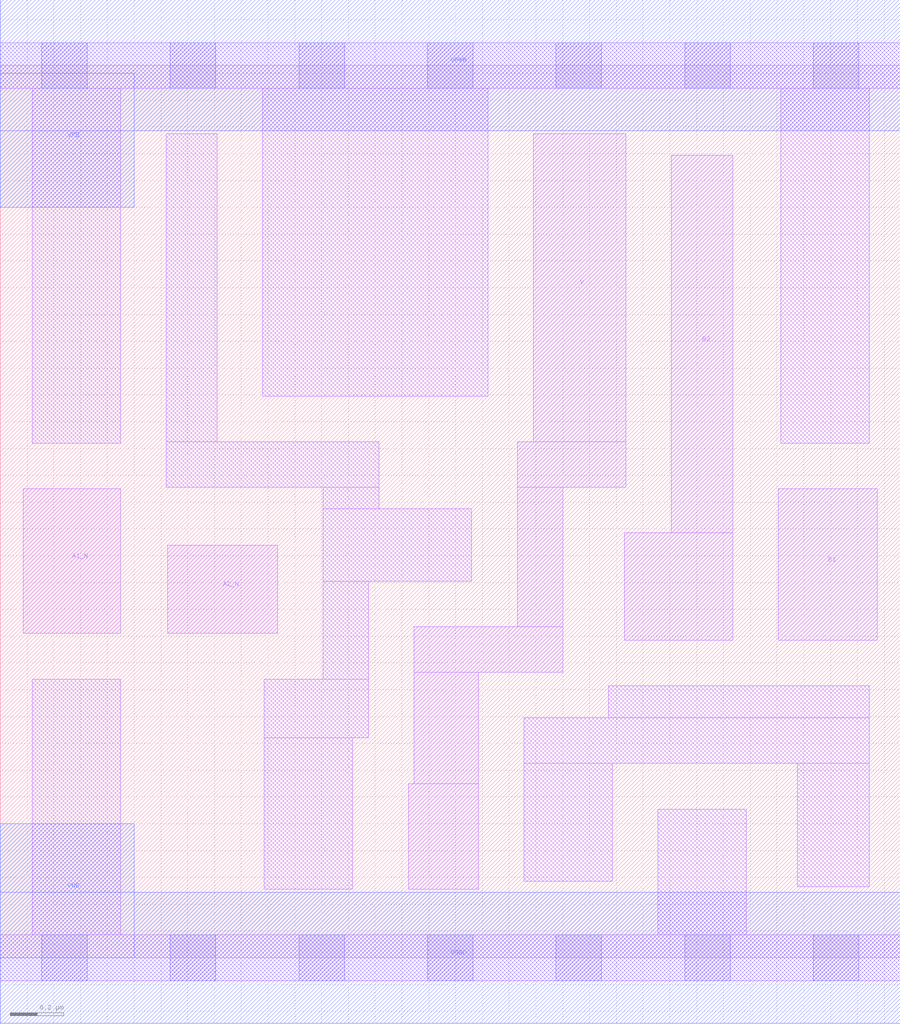
<source format=lef>
# Copyright 2020 The SkyWater PDK Authors
#
# Licensed under the Apache License, Version 2.0 (the "License");
# you may not use this file except in compliance with the License.
# You may obtain a copy of the License at
#
#     https://www.apache.org/licenses/LICENSE-2.0
#
# Unless required by applicable law or agreed to in writing, software
# distributed under the License is distributed on an "AS IS" BASIS,
# WITHOUT WARRANTIES OR CONDITIONS OF ANY KIND, either express or implied.
# See the License for the specific language governing permissions and
# limitations under the License.
#
# SPDX-License-Identifier: Apache-2.0

VERSION 5.5 ;
NAMESCASESENSITIVE ON ;
BUSBITCHARS "[]" ;
DIVIDERCHAR "/" ;
MACRO sky130_fd_sc_lp__o2bb2ai_1
  CLASS CORE ;
  SOURCE USER ;
  ORIGIN  0.000000  0.000000 ;
  SIZE  3.360000 BY  3.330000 ;
  SYMMETRY X Y R90 ;
  SITE unit ;
  PIN A1_N
    ANTENNAGATEAREA  0.315000 ;
    DIRECTION INPUT ;
    USE SIGNAL ;
    PORT
      LAYER li1 ;
        RECT 0.085000 1.210000 0.450000 1.750000 ;
    END
  END A1_N
  PIN A2_N
    ANTENNAGATEAREA  0.315000 ;
    DIRECTION INPUT ;
    USE SIGNAL ;
    PORT
      LAYER li1 ;
        RECT 0.625000 1.210000 1.035000 1.540000 ;
    END
  END A2_N
  PIN B1
    ANTENNAGATEAREA  0.315000 ;
    DIRECTION INPUT ;
    USE SIGNAL ;
    PORT
      LAYER li1 ;
        RECT 2.905000 1.185000 3.275000 1.750000 ;
    END
  END B1
  PIN B2
    ANTENNAGATEAREA  0.315000 ;
    DIRECTION INPUT ;
    USE SIGNAL ;
    PORT
      LAYER li1 ;
        RECT 2.330000 1.185000 2.735000 1.585000 ;
        RECT 2.505000 1.585000 2.735000 2.995000 ;
    END
  END B2
  PIN Y
    ANTENNADIFFAREA  0.676200 ;
    DIRECTION OUTPUT ;
    USE SIGNAL ;
    PORT
      LAYER li1 ;
        RECT 1.525000 0.255000 1.785000 0.650000 ;
        RECT 1.545000 0.650000 1.785000 1.065000 ;
        RECT 1.545000 1.065000 2.100000 1.235000 ;
        RECT 1.930000 1.235000 2.100000 1.755000 ;
        RECT 1.930000 1.755000 2.335000 1.925000 ;
        RECT 1.990000 1.925000 2.335000 3.075000 ;
    END
  END Y
  PIN VGND
    DIRECTION INOUT ;
    USE GROUND ;
    PORT
      LAYER met1 ;
        RECT 0.000000 -0.245000 3.360000 0.245000 ;
    END
  END VGND
  PIN VNB
    DIRECTION INOUT ;
    USE GROUND ;
    PORT
      LAYER met1 ;
        RECT 0.000000 0.000000 0.500000 0.500000 ;
    END
  END VNB
  PIN VPB
    DIRECTION INOUT ;
    USE POWER ;
    PORT
      LAYER met1 ;
        RECT 0.000000 2.800000 0.500000 3.300000 ;
    END
  END VPB
  PIN VPWR
    DIRECTION INOUT ;
    USE POWER ;
    PORT
      LAYER met1 ;
        RECT 0.000000 3.085000 3.360000 3.575000 ;
    END
  END VPWR
  OBS
    LAYER li1 ;
      RECT 0.000000 -0.085000 3.360000 0.085000 ;
      RECT 0.000000  3.245000 3.360000 3.415000 ;
      RECT 0.120000  0.085000 0.450000 1.040000 ;
      RECT 0.120000  1.920000 0.450000 3.245000 ;
      RECT 0.620000  1.755000 1.415000 1.925000 ;
      RECT 0.620000  1.925000 0.810000 3.075000 ;
      RECT 0.980000  2.095000 1.820000 3.245000 ;
      RECT 0.985000  0.255000 1.315000 0.820000 ;
      RECT 0.985000  0.820000 1.375000 1.040000 ;
      RECT 1.205000  1.040000 1.375000 1.405000 ;
      RECT 1.205000  1.405000 1.760000 1.675000 ;
      RECT 1.205000  1.675000 1.415000 1.755000 ;
      RECT 1.955000  0.285000 2.285000 0.725000 ;
      RECT 1.955000  0.725000 3.245000 0.895000 ;
      RECT 2.270000  0.895000 3.245000 1.015000 ;
      RECT 2.455000  0.085000 2.785000 0.555000 ;
      RECT 2.915000  1.920000 3.245000 3.245000 ;
      RECT 2.975000  0.265000 3.245000 0.725000 ;
    LAYER mcon ;
      RECT 0.155000 -0.085000 0.325000 0.085000 ;
      RECT 0.155000  3.245000 0.325000 3.415000 ;
      RECT 0.635000 -0.085000 0.805000 0.085000 ;
      RECT 0.635000  3.245000 0.805000 3.415000 ;
      RECT 1.115000 -0.085000 1.285000 0.085000 ;
      RECT 1.115000  3.245000 1.285000 3.415000 ;
      RECT 1.595000 -0.085000 1.765000 0.085000 ;
      RECT 1.595000  3.245000 1.765000 3.415000 ;
      RECT 2.075000 -0.085000 2.245000 0.085000 ;
      RECT 2.075000  3.245000 2.245000 3.415000 ;
      RECT 2.555000 -0.085000 2.725000 0.085000 ;
      RECT 2.555000  3.245000 2.725000 3.415000 ;
      RECT 3.035000 -0.085000 3.205000 0.085000 ;
      RECT 3.035000  3.245000 3.205000 3.415000 ;
  END
END sky130_fd_sc_lp__o2bb2ai_1
END LIBRARY

</source>
